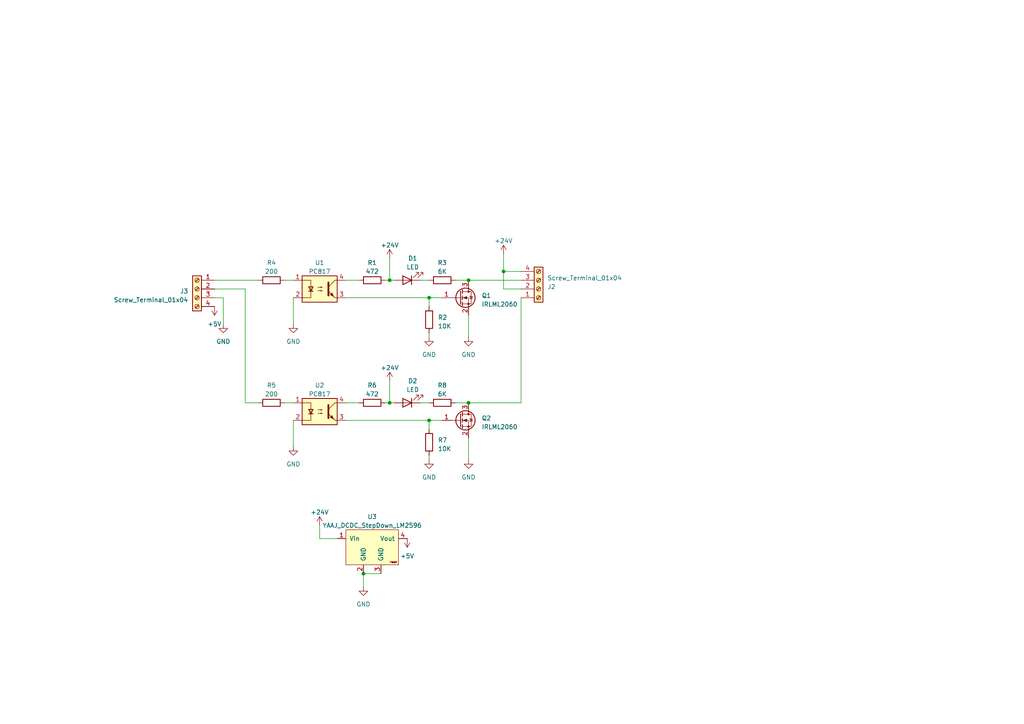
<source format=kicad_sch>
(kicad_sch (version 20230121) (generator eeschema)
  (paper "A4")
  (lib_symbols
    (symbol "Connector:Screw_Terminal_01x04" (pin_names (offset 1.016) hide)
      (property "Reference" "J" (at 0 5.08 0))
      (property "Value" "Screw_Terminal_01x04" (at 0 -7.62 0))
      (symbol "Screw_Terminal_01x04_1_1"
        (rectangle (start -1.27 3.81) (end 1.27 -6.35) (stroke (width 0.254)) (fill (type background)))
        (circle (center 0 -5.08) (radius 0.635) (stroke (width 0.1524)))
        (circle (center 0 -2.54) (radius 0.635) (stroke (width 0.1524)))
        (polyline (pts (xy -0.5334 -4.7498) (xy 0.3302 -5.588)) (stroke (width 0.1524)))
        (polyline (pts (xy -0.5334 -2.2098) (xy 0.3302 -3.048)) (stroke (width 0.1524)))
        (polyline (pts (xy -0.5334 0.3302) (xy 0.3302 -0.508)) (stroke (width 0.1524)))
        (polyline (pts (xy -0.5334 2.8702) (xy 0.3302 2.032)) (stroke (width 0.1524)))
        (polyline (pts (xy -0.3556 -4.572) (xy 0.508 -5.4102)) (stroke (width 0.1524)))
        (polyline (pts (xy -0.3556 -2.032) (xy 0.508 -2.8702)) (stroke (width 0.1524)))
        (polyline (pts (xy -0.3556 0.508) (xy 0.508 -0.3302)) (stroke (width 0.1524)))
        (polyline (pts (xy -0.3556 3.048) (xy 0.508 2.2098)) (stroke (width 0.1524)))
        (circle (center 0 0) (radius 0.635) (stroke (width 0.1524)))
        (circle (center 0 2.54) (radius 0.635) (stroke (width 0.1524)))
        (pin passive line (at -5.08 2.54 0) (length 3.81) (name "Pin_1") (number "1"))
        (pin passive line (at -5.08 0 0) (length 3.81) (name "Pin_2") (number "2"))
        (pin passive line (at -5.08 -2.54 0) (length 3.81) (name "Pin_3") (number "3"))
        (pin passive line (at -5.08 -5.08 0) (length 3.81) (name "Pin_4") (number "4"))
      )
    )
    (symbol "Device:LED" (pin_numbers hide) (pin_names (offset 1.016) hide)
      (property "Reference" "D" (at 0 2.54 0))
      (property "Value" "LED" (at 0 -2.54 0))
      (symbol "LED_0_1"
        (polyline (pts (xy -1.27 -1.27) (xy -1.27 1.27)) (stroke (width 0.254)))
        (polyline (pts (xy -1.27 0) (xy 1.27 0)))
        (polyline (pts (xy 1.27 -1.27) (xy 1.27 1.27) (xy -1.27 0) (xy 1.27 -1.27)) (stroke (width 0.254)))
        (polyline (pts (xy -3.048 -0.762) (xy -4.572 -2.286) (xy -3.81 -2.286) (xy -4.572 -2.286) (xy -4.572 -1.524)))
        (polyline (pts (xy -1.778 -0.762) (xy -3.302 -2.286) (xy -2.54 -2.286) (xy -3.302 -2.286) (xy -3.302 -1.524)))
      )
      (symbol "LED_1_1"
        (pin passive line (at -3.81 0 0) (length 2.54) (name "K") (number "1"))
        (pin passive line (at 3.81 0 180) (length 2.54) (name "A") (number "2"))
      )
    )
    (symbol "Device:R" (pin_numbers hide) (pin_names (offset 0))
      (property "Reference" "R" (at 2.032 0 90))
      (property "Value" "R" (at 0 0 90))
      (symbol "R_0_1"
        (rectangle (start -1.016 -2.54) (end 1.016 2.54) (stroke (width 0.254)))
      )
      (symbol "R_1_1"
        (pin passive line (at 0 3.81 270) (length 1.27) (name "~") (number "1"))
        (pin passive line (at 0 -3.81 90) (length 1.27) (name "~") (number "2"))
      )
    )
    (symbol "Isolator:PC817" (pin_names (offset 1.016))
      (property "Reference" "U" (at -5.08 5.08 0))
      (property "Value" "PC817" (at 0 5.08 0))
      (symbol "PC817_0_1"
        (rectangle (start -5.08 3.81) (end 5.08 -3.81) (stroke (width 0.254)) (fill (type background)))
        (polyline (pts (xy -3.175 -0.635) (xy -1.905 -0.635)) (stroke (width 0.254)))
        (polyline (pts (xy 2.54 0.635) (xy 4.445 2.54)))
        (polyline (pts (xy 4.445 -2.54) (xy 2.54 -0.635)) (fill (type outline)))
        (polyline (pts (xy 4.445 -2.54) (xy 5.08 -2.54)))
        (polyline (pts (xy 4.445 2.54) (xy 5.08 2.54)))
        (polyline (pts (xy -5.08 2.54) (xy -2.54 2.54) (xy -2.54 -0.635)))
        (polyline (pts (xy -2.54 -0.635) (xy -2.54 -2.54) (xy -5.08 -2.54)))
        (polyline (pts (xy 2.54 1.905) (xy 2.54 -1.905) (xy 2.54 -1.905)) (stroke (width 0.508)))
        (polyline (pts (xy -2.54 -0.635) (xy -3.175 0.635) (xy -1.905 0.635) (xy -2.54 -0.635)) (stroke (width 0.254)))
        (polyline (pts (xy -0.508 -0.508) (xy 0.762 -0.508) (xy 0.381 -0.635) (xy 0.381 -0.381) (xy 0.762 -0.508)))
        (polyline (pts (xy -0.508 0.508) (xy 0.762 0.508) (xy 0.381 0.381) (xy 0.381 0.635) (xy 0.762 0.508)))
        (polyline (pts (xy 3.048 -1.651) (xy 3.556 -1.143) (xy 4.064 -2.159) (xy 3.048 -1.651) (xy 3.048 -1.651)) (fill (type outline)))
      )
      (symbol "PC817_1_1"
        (pin passive line (at -7.62 2.54 0) (length 2.54) (name "~") (number "1"))
        (pin passive line (at -7.62 -2.54 0) (length 2.54) (name "~") (number "2"))
        (pin passive line (at 7.62 -2.54 180) (length 2.54) (name "~") (number "3"))
        (pin passive line (at 7.62 2.54 180) (length 2.54) (name "~") (number "4"))
      )
    )
    (symbol "Transistor_FET:IRLML2060" (pin_names hide)
      (property "Reference" "Q" (at 5.08 1.905 0))
      (property "Value" "IRLML2060" (at 5.08 0 0))
      (symbol "IRLML2060_0_1"
        (polyline (pts (xy 0.254 0) (xy -2.54 0)))
        (polyline (pts (xy 0.254 1.905) (xy 0.254 -1.905)) (stroke (width 0.254)))
        (polyline (pts (xy 0.762 -1.27) (xy 0.762 -2.286)) (stroke (width 0.254)))
        (polyline (pts (xy 0.762 0.508) (xy 0.762 -0.508)) (stroke (width 0.254)))
        (polyline (pts (xy 0.762 2.286) (xy 0.762 1.27)) (stroke (width 0.254)))
        (polyline (pts (xy 2.54 2.54) (xy 2.54 1.778)))
        (polyline (pts (xy 2.54 -2.54) (xy 2.54 0) (xy 0.762 0)))
        (polyline (pts (xy 0.762 -1.778) (xy 3.302 -1.778) (xy 3.302 1.778) (xy 0.762 1.778)))
        (polyline (pts (xy 1.016 0) (xy 2.032 0.381) (xy 2.032 -0.381) (xy 1.016 0)) (fill (type outline)))
        (polyline (pts (xy 2.794 0.508) (xy 2.921 0.381) (xy 3.683 0.381) (xy 3.81 0.254)))
        (polyline (pts (xy 3.302 0.381) (xy 2.921 -0.254) (xy 3.683 -0.254) (xy 3.302 0.381)))
        (circle (center 1.651 0) (radius 2.794) (stroke (width 0.254)))
        (circle (center 2.54 -1.778) (radius 0.254) (fill (type outline)))
        (circle (center 2.54 1.778) (radius 0.254) (fill (type outline)))
      )
      (symbol "IRLML2060_1_1"
        (pin input line (at -5.08 0 0) (length 2.54) (name "G") (number "1"))
        (pin passive line (at 2.54 -5.08 90) (length 2.54) (name "S") (number "2"))
        (pin passive line (at 2.54 5.08 270) (length 2.54) (name "D") (number "3"))
      )
    )
    (symbol "power:+24V" (power) (pin_names (offset 0))
      (property "Value" "+24V" (at 0 3.556 0))
      (symbol "+24V_0_1"
        (polyline (pts (xy -0.762 1.27) (xy 0 2.54)))
        (polyline (pts (xy 0 0) (xy 0 2.54)))
        (polyline (pts (xy 0 2.54) (xy 0.762 1.27)))
      )
      (symbol "+24V_1_1"
        (pin power_in line (at 0 0 90) (length 0) hide (name "+24V") (number "1"))
      )
    )
    (symbol "power:+5V" (power) (pin_names (offset 0))
      (property "Value" "+5V" (at 0 3.556 0))
      (symbol "+5V_0_1"
        (polyline (pts (xy -0.762 1.27) (xy 0 2.54)))
        (polyline (pts (xy 0 0) (xy 0 2.54)))
        (polyline (pts (xy 0 2.54) (xy 0.762 1.27)))
      )
      (symbol "+5V_1_1"
        (pin power_in line (at 0 0 90) (length 0) hide (name "+5V") (number "1"))
      )
    )
    (symbol "power:GND" (power) (pin_names (offset 0))
      (property "Value" "GND" (at 0 -3.81 0))
      (symbol "GND_0_1"
        (polyline (pts (xy 0 0) (xy 0 -1.27) (xy 1.27 -1.27) (xy 0 -2.54) (xy -1.27 -1.27) (xy 0 -1.27)))
      )
      (symbol "GND_1_1"
        (pin power_in line (at 0 0 270) (length 0) hide (name "GND") (number "1"))
      )
    )
    (symbol "stepdown_lm2596:YAAJ_DCDC_StepDown_LM2596" (pin_names (offset 1.016))
      (property "Reference" "U" (at -5.08 6.35 0))
      (property "Value" "YAAJ_DCDC_StepDown_LM2596" (at 0 11.43 0))
      (symbol "YAAJ_DCDC_StepDown_LM2596_0_1"
        (rectangle (start -7.62 5.08) (end 7.62 -5.08) (fill (type background)))
      )
      (symbol "YAAJ_DCDC_StepDown_LM2596_1_1"
        (text "Y@@V" (at 6.1976 -4.2672 0) (effects (font (size 0.508 0.508))))
        (pin power_in line (at -10.16 2.54 0) (length 2.54) (name "Vin") (number "1"))
        (pin power_in line (at -2.54 -7.62 90) (length 2.54) (name "GND") (number "2"))
        (pin power_in line (at 2.54 -7.62 90) (length 2.54) (name "GND") (number "3"))
        (pin power_out line (at 10.16 2.54 180) (length 2.54) (name "Vout") (number "4"))
      )
    )
  )
  (junction (at 105.41 166.37))
  (junction (at 146.05 78.74))
  (junction (at 113.03 116.84))
  (junction (at 135.89 81.28))
  (junction (at 135.89 116.84))
  (junction (at 124.46 86.36))
  (junction (at 124.46 121.92))
  (junction (at 113.03 81.28))
  (wire (pts (xy 135.89 91.44) (xy 135.89 97.79)))
  (wire (pts (xy 105.41 166.37) (xy 105.41 170.18)))
  (wire (pts (xy 135.89 127) (xy 135.89 133.35)))
  (wire (pts (xy 124.46 121.92) (xy 128.27 121.92)))
  (wire (pts (xy 111.76 81.28) (xy 113.03 81.28)))
  (wire (pts (xy 113.03 116.84) (xy 114.3 116.84)))
  (wire (pts (xy 92.71 156.21) (xy 97.79 156.21)))
  (wire (pts (xy 121.92 116.84) (xy 124.46 116.84)))
  (wire (pts (xy 105.41 166.37) (xy 110.49 166.37)))
  (wire (pts (xy 100.33 86.36) (xy 124.46 86.36)))
  (wire (pts (xy 113.03 110.49) (xy 113.03 116.84)))
  (wire (pts (xy 124.46 86.36) (xy 128.27 86.36)))
  (wire (pts (xy 146.05 78.74) (xy 146.05 73.66)))
  (wire (pts (xy 71.12 116.84) (xy 71.12 83.82)))
  (wire (pts (xy 121.92 81.28) (xy 124.46 81.28)))
  (wire (pts (xy 100.33 121.92) (xy 124.46 121.92)))
  (wire (pts (xy 62.23 86.36) (xy 64.77 86.36)))
  (wire (pts (xy 82.55 81.28) (xy 85.09 81.28)))
  (wire (pts (xy 85.09 86.36) (xy 85.09 93.98)))
  (wire (pts (xy 132.08 116.84) (xy 135.89 116.84)))
  (wire (pts (xy 151.13 78.74) (xy 146.05 78.74)))
  (wire (pts (xy 82.55 116.84) (xy 85.09 116.84)))
  (wire (pts (xy 113.03 74.93) (xy 113.03 81.28)))
  (wire (pts (xy 64.77 86.36) (xy 64.77 93.98)))
  (wire (pts (xy 113.03 81.28) (xy 114.3 81.28)))
  (wire (pts (xy 62.23 83.82) (xy 71.12 83.82)))
  (wire (pts (xy 151.13 83.82) (xy 146.05 83.82)))
  (wire (pts (xy 124.46 96.52) (xy 124.46 97.79)))
  (wire (pts (xy 85.09 121.92) (xy 85.09 129.54)))
  (wire (pts (xy 111.76 116.84) (xy 113.03 116.84)))
  (wire (pts (xy 146.05 83.82) (xy 146.05 78.74)))
  (wire (pts (xy 74.93 116.84) (xy 71.12 116.84)))
  (wire (pts (xy 100.33 116.84) (xy 104.14 116.84)))
  (wire (pts (xy 62.23 81.28) (xy 74.93 81.28)))
  (wire (pts (xy 124.46 132.08) (xy 124.46 133.35)))
  (wire (pts (xy 124.46 86.36) (xy 124.46 88.9)))
  (wire (pts (xy 135.89 81.28) (xy 151.13 81.28)))
  (wire (pts (xy 124.46 121.92) (xy 124.46 124.46)))
  (wire (pts (xy 100.33 81.28) (xy 104.14 81.28)))
  (wire (pts (xy 132.08 81.28) (xy 135.89 81.28)))
  (wire (pts (xy 92.71 152.4) (xy 92.71 156.21)))
  (wire (pts (xy 151.13 86.36) (xy 151.13 116.84)))
  (wire (pts (xy 135.89 116.84) (xy 151.13 116.84)))
  (symbol (lib_id "power:GND") (at 105.41 170.18 0) (unit 1)
    (property "Reference" "#PWR011" (effects hide))
    (property "Value" "GND" (at 105.41 175.26 0))
  )
  (symbol (lib_id "power:+24V") (at 146.05 73.66 0) (unit 1)
    (property "Reference" "#PWR010" (effects hide))
    (property "Value" "+24V" (at 146.05 69.85 0))
  )
  (symbol (lib_id "power:GND") (at 64.77 93.98 0) (unit 1)
    (property "Reference" "#PWR09" (effects hide))
    (property "Value" "GND" (at 64.77 99.06 0))
  )
  (symbol (lib_id "power:+24V") (at 113.03 110.49 0) (unit 1)
    (property "Reference" "#PWR06" (effects hide))
    (property "Value" "+24V" (at 113.03 106.68 0))
  )
  (symbol (lib_id "power:+24V") (at 92.71 152.4 0) (unit 1)
    (property "Reference" "#PWR012" (effects hide))
    (property "Value" "+24V" (at 92.71 148.59 0))
  )
  (symbol (lib_id "Device:R") (at 107.95 116.84 90) (unit 1)
    (property "Reference" "R6" (at 107.95 111.76 90))
    (property "Value" "472" (at 107.95 114.3 90))
    (property "Footprint" "Resistor_SMD:R_0805_2012Metric_Pad1.20x1.40mm_HandSolder" (effects hide))
  )
  (symbol (lib_id "Connector:Screw_Terminal_01x04") (at 156.21 83.82 0) (mirror x) (unit 1)
    (property "Reference" "J2" (at 158.75 83.185 0) (effects (justify left)))
    (property "Value" "Screw_Terminal_01x04" (at 158.75 80.645 0) (effects (justify left)))
    (property "Footprint" "TerminalBlock_Altech:Altech_AK300_1x04_P5.00mm_45-Degree" (effects hide))
  )
  (symbol (lib_id "Isolator:PC817") (at 92.71 83.82 0) (unit 1)
    (property "Reference" "U1" (at 92.71 76.2 0))
    (property "Value" "PC817" (at 92.71 78.74 0))
    (property "Footprint" "Package_DIP:DIP-4_W7.62mm" (effects hide))
    (property "Datasheet" "http://www.soselectronic.cz/a_info/resource/d/pc817.pdf" (effects hide))
  )
  (symbol (lib_id "Device:R") (at 128.27 116.84 90) (unit 1)
    (property "Reference" "R8" (at 128.27 111.76 90))
    (property "Value" "6K" (at 128.27 114.3 90))
    (property "Footprint" "Resistor_SMD:R_0805_2012Metric_Pad1.20x1.40mm_HandSolder" (effects hide))
  )
  (symbol (lib_id "power:GND") (at 124.46 133.35 0) (unit 1)
    (property "Reference" "#PWR07" (effects hide))
    (property "Value" "GND" (at 124.46 138.43 0))
  )
  (symbol (lib_id "Device:R") (at 124.46 128.27 0) (unit 1)
    (property "Reference" "R7" (at 127 127.635 0) (effects (justify left)))
    (property "Value" "10K" (at 127 130.175 0) (effects (justify left)))
    (property "Footprint" "Resistor_SMD:R_0805_2012Metric_Pad1.20x1.40mm_HandSolder" (effects hide))
  )
  (symbol (lib_id "power:GND") (at 135.89 133.35 0) (unit 1)
    (property "Reference" "#PWR08" (effects hide))
    (property "Value" "GND" (at 135.89 138.43 0))
  )
  (symbol (lib_id "power:+5V") (at 62.23 88.9 180) (unit 1)
    (property "Reference" "#PWR013" (effects hide))
    (property "Value" "+5V" (at 62.23 93.98 0))
  )
  (symbol (lib_id "Transistor_FET:IRLML2060") (at 133.35 121.92 0) (unit 1)
    (property "Reference" "Q2" (at 139.7 121.285 0) (effects (justify left)))
    (property "Value" "IRLML2060" (at 139.7 123.825 0) (effects (justify left)))
    (property "Footprint" "Package_TO_SOT_SMD:SOT-23" (effects hide))
    (property "Datasheet" "https://www.infineon.com/dgdl/irlml2060pbf.pdf?fileId=5546d462533600a401535664b7fb25ee" (effects hide))
  )
  (symbol (lib_id "power:+24V") (at 113.03 74.93 0) (unit 1)
    (property "Reference" "#PWR04" (effects hide))
    (property "Value" "+24V" (at 113.03 71.12 0))
  )
  (symbol (lib_id "power:GND") (at 124.46 97.79 0) (unit 1)
    (property "Reference" "#PWR01" (effects hide))
    (property "Value" "GND" (at 124.46 102.87 0))
  )
  (symbol (lib_id "Transistor_FET:IRLML2060") (at 133.35 86.36 0) (unit 1)
    (property "Reference" "Q1" (at 139.7 85.725 0) (effects (justify left)))
    (property "Value" "IRLML2060" (at 139.7 88.265 0) (effects (justify left)))
    (property "Footprint" "Package_TO_SOT_SMD:SOT-23" (effects hide))
    (property "Datasheet" "https://www.infineon.com/dgdl/irlml2060pbf.pdf?fileId=5546d462533600a401535664b7fb25ee" (effects hide))
  )
  (symbol (lib_id "Device:R") (at 124.46 92.71 0) (unit 1)
    (property "Reference" "R2" (at 127 92.075 0) (effects (justify left)))
    (property "Value" "10K" (at 127 94.615 0) (effects (justify left)))
    (property "Footprint" "Resistor_SMD:R_0805_2012Metric_Pad1.20x1.40mm_HandSolder" (effects hide))
  )
  (symbol (lib_id "Connector:Screw_Terminal_01x04") (at 57.15 83.82 0) (mirror y) (unit 1)
    (property "Reference" "J3" (at 54.61 84.455 0) (effects (justify left)))
    (property "Value" "Screw_Terminal_01x04" (at 54.61 86.995 0) (effects (justify left)))
    (property "Footprint" "TerminalBlock_Altech:Altech_AK300_1x04_P5.00mm_45-Degree" (effects hide))
  )
  (symbol (lib_id "power:GND") (at 135.89 97.79 0) (unit 1)
    (property "Reference" "#PWR02" (effects hide))
    (property "Value" "GND" (at 135.89 102.87 0))
  )
  (symbol (lib_id "Device:LED") (at 118.11 116.84 180) (unit 1)
    (property "Reference" "D2" (at 119.6975 110.49 0))
    (property "Value" "LED" (at 119.6975 113.03 0))
    (property "Footprint" "LED_THT:LED_D3.0mm" (effects hide))
  )
  (symbol (lib_id "Isolator:PC817") (at 92.71 119.38 0) (unit 1)
    (property "Reference" "U2" (at 92.71 111.76 0))
    (property "Value" "PC817" (at 92.71 114.3 0))
    (property "Footprint" "Package_DIP:DIP-4_W7.62mm" (effects hide))
    (property "Datasheet" "http://www.soselectronic.cz/a_info/resource/d/pc817.pdf" (effects hide))
  )
  (symbol (lib_id "power:+5V") (at 118.11 156.21 180) (unit 1)
    (property "Reference" "#PWR014" (effects hide))
    (property "Value" "+5V" (at 118.11 161.29 0))
  )
  (symbol (lib_id "Device:R") (at 78.74 81.28 90) (unit 1)
    (property "Reference" "R4" (at 78.74 76.2 90))
    (property "Value" "200" (at 78.74 78.74 90))
    (property "Footprint" "Resistor_SMD:R_0805_2012Metric_Pad1.20x1.40mm_HandSolder" (effects hide))
  )
  (symbol (lib_id "power:GND") (at 85.09 129.54 0) (unit 1)
    (property "Reference" "#PWR05" (effects hide))
    (property "Value" "GND" (at 85.09 134.62 0))
  )
  (symbol (lib_id "Device:LED") (at 118.11 81.28 180) (unit 1)
    (property "Reference" "D1" (at 119.6975 74.93 0))
    (property "Value" "LED" (at 119.6975 77.47 0))
    (property "Footprint" "LED_THT:LED_D3.0mm" (effects hide))
  )
  (symbol (lib_id "Device:R") (at 128.27 81.28 90) (unit 1)
    (property "Reference" "R3" (at 128.27 76.2 90))
    (property "Value" "6K" (at 128.27 78.74 90))
    (property "Footprint" "Resistor_SMD:R_0805_2012Metric_Pad1.20x1.40mm_HandSolder" (effects hide))
  )
  (symbol (lib_id "Device:R") (at 107.95 81.28 90) (unit 1)
    (property "Reference" "R1" (at 107.95 76.2 90))
    (property "Value" "472" (at 107.95 78.74 90))
    (property "Footprint" "Resistor_SMD:R_0805_2012Metric_Pad1.20x1.40mm_HandSolder" (effects hide))
  )
  (symbol (lib_id "power:GND") (at 85.09 93.98 0) (unit 1)
    (property "Reference" "#PWR03" (effects hide))
    (property "Value" "GND" (at 85.09 99.06 0))
  )
  (symbol (lib_id "Device:R") (at 78.74 116.84 90) (unit 1)
    (property "Reference" "R5" (at 78.74 111.76 90))
    (property "Value" "200" (at 78.74 114.3 90))
    (property "Footprint" "Resistor_SMD:R_0805_2012Metric_Pad1.20x1.40mm_HandSolder" (effects hide))
  )
  (symbol (lib_id "stepdown_lm2596:YAAJ_DCDC_StepDown_LM2596") (at 107.95 158.75 0) (unit 1)
    (property "Reference" "U3" (at 107.95 149.86 0))
    (property "Value" "YAAJ_DCDC_StepDown_LM2596" (at 107.95 152.4 0))
    (property "Footprint" "lm2596-model-dc-dc:StepDown_LM2596" (effects hide))
  )
)
</source>
